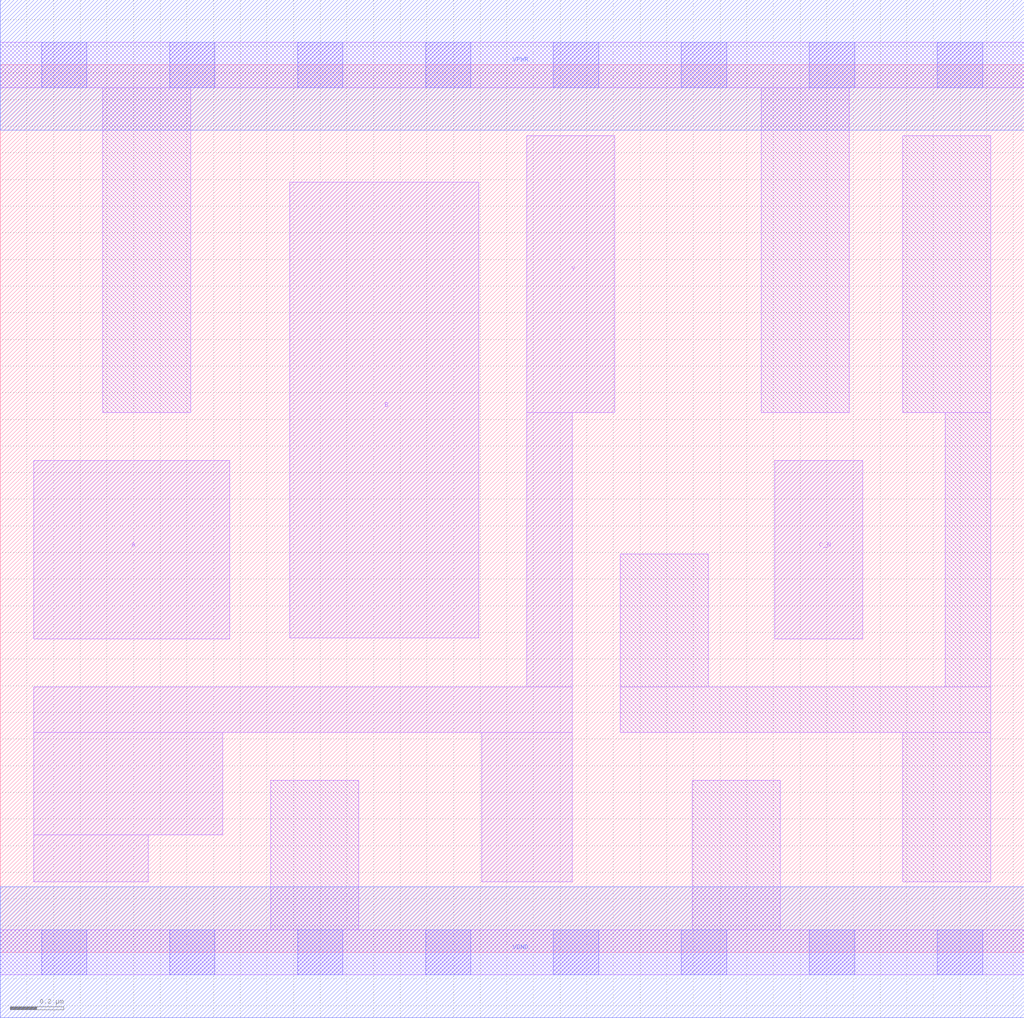
<source format=lef>
# Copyright 2020 The SkyWater PDK Authors
#
# Licensed under the Apache License, Version 2.0 (the "License");
# you may not use this file except in compliance with the License.
# You may obtain a copy of the License at
#
#     https://www.apache.org/licenses/LICENSE-2.0
#
# Unless required by applicable law or agreed to in writing, software
# distributed under the License is distributed on an "AS IS" BASIS,
# WITHOUT WARRANTIES OR CONDITIONS OF ANY KIND, either express or implied.
# See the License for the specific language governing permissions and
# limitations under the License.
#
# SPDX-License-Identifier: Apache-2.0

VERSION 5.7 ;
  NAMESCASESENSITIVE ON ;
  NOWIREEXTENSIONATPIN ON ;
  DIVIDERCHAR "/" ;
  BUSBITCHARS "[]" ;
UNITS
  DATABASE MICRONS 200 ;
END UNITS
MACRO sky130_fd_sc_lp__nor3b_lp
  CLASS CORE ;
  FOREIGN sky130_fd_sc_lp__nor3b_lp ;
  ORIGIN  0.000000  0.000000 ;
  SIZE  3.840000 BY  3.330000 ;
  SYMMETRY X Y R90 ;
  SITE unit ;
  PIN A
    ANTENNAGATEAREA  0.376000 ;
    DIRECTION INPUT ;
    USE SIGNAL ;
    PORT
      LAYER li1 ;
        RECT 0.125000 1.175000 0.860000 1.845000 ;
    END
  END A
  PIN B
    ANTENNAGATEAREA  0.376000 ;
    DIRECTION INPUT ;
    USE SIGNAL ;
    PORT
      LAYER li1 ;
        RECT 1.085000 1.180000 1.795000 2.890000 ;
    END
  END B
  PIN C_N
    ANTENNAGATEAREA  0.376000 ;
    DIRECTION INPUT ;
    USE SIGNAL ;
    PORT
      LAYER li1 ;
        RECT 2.905000 1.175000 3.235000 1.845000 ;
    END
  END C_N
  PIN Y
    ANTENNADIFFAREA  0.522300 ;
    DIRECTION OUTPUT ;
    USE SIGNAL ;
    PORT
      LAYER li1 ;
        RECT 0.125000 0.265000 0.555000 0.440000 ;
        RECT 0.125000 0.440000 0.835000 0.825000 ;
        RECT 0.125000 0.825000 2.145000 0.995000 ;
        RECT 1.805000 0.265000 2.145000 0.825000 ;
        RECT 1.975000 0.995000 2.145000 2.025000 ;
        RECT 1.975000 2.025000 2.305000 3.065000 ;
    END
  END Y
  PIN VGND
    DIRECTION INOUT ;
    USE GROUND ;
    PORT
      LAYER met1 ;
        RECT 0.000000 -0.245000 3.840000 0.245000 ;
    END
  END VGND
  PIN VPWR
    DIRECTION INOUT ;
    USE POWER ;
    PORT
      LAYER met1 ;
        RECT 0.000000 3.085000 3.840000 3.575000 ;
    END
  END VPWR
  OBS
    LAYER li1 ;
      RECT 0.000000 -0.085000 3.840000 0.085000 ;
      RECT 0.000000  3.245000 3.840000 3.415000 ;
      RECT 0.385000  2.025000 0.715000 3.245000 ;
      RECT 1.015000  0.085000 1.345000 0.645000 ;
      RECT 2.325000  0.825000 3.715000 0.995000 ;
      RECT 2.325000  0.995000 2.655000 1.495000 ;
      RECT 2.595000  0.085000 2.925000 0.645000 ;
      RECT 2.855000  2.025000 3.185000 3.245000 ;
      RECT 3.385000  0.265000 3.715000 0.825000 ;
      RECT 3.385000  2.025000 3.715000 3.065000 ;
      RECT 3.545000  0.995000 3.715000 2.025000 ;
    LAYER mcon ;
      RECT 0.155000 -0.085000 0.325000 0.085000 ;
      RECT 0.155000  3.245000 0.325000 3.415000 ;
      RECT 0.635000 -0.085000 0.805000 0.085000 ;
      RECT 0.635000  3.245000 0.805000 3.415000 ;
      RECT 1.115000 -0.085000 1.285000 0.085000 ;
      RECT 1.115000  3.245000 1.285000 3.415000 ;
      RECT 1.595000 -0.085000 1.765000 0.085000 ;
      RECT 1.595000  3.245000 1.765000 3.415000 ;
      RECT 2.075000 -0.085000 2.245000 0.085000 ;
      RECT 2.075000  3.245000 2.245000 3.415000 ;
      RECT 2.555000 -0.085000 2.725000 0.085000 ;
      RECT 2.555000  3.245000 2.725000 3.415000 ;
      RECT 3.035000 -0.085000 3.205000 0.085000 ;
      RECT 3.035000  3.245000 3.205000 3.415000 ;
      RECT 3.515000 -0.085000 3.685000 0.085000 ;
      RECT 3.515000  3.245000 3.685000 3.415000 ;
  END
END sky130_fd_sc_lp__nor3b_lp
END LIBRARY

</source>
